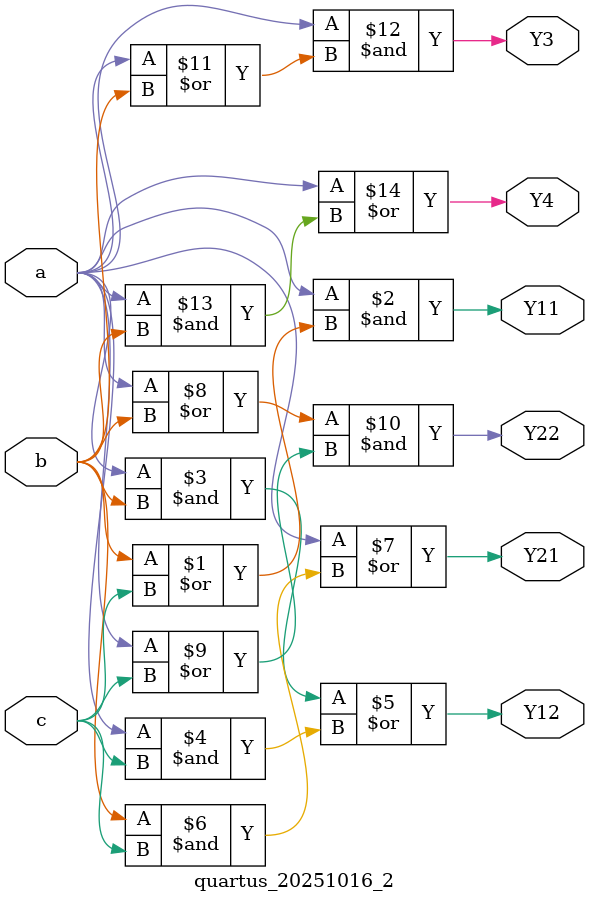
<source format=v>
module quartus_20251016_2(a,b,c, Y11, Y12, Y21, Y22, Y3, Y4);
	input a,b,c;
	output Y11, Y12,Y21, Y22, Y3,Y4;
	
	assign Y11 = a&(b|c);
	assign Y12 = (a&b)|(a&c);
	
	assign Y21 = a|(b&c);
	assign Y22 = (a|b)&(a|c);
	
	assign Y3 = a&(a|b);
	assign Y4 = a|(a&b);
endmodule
</source>
